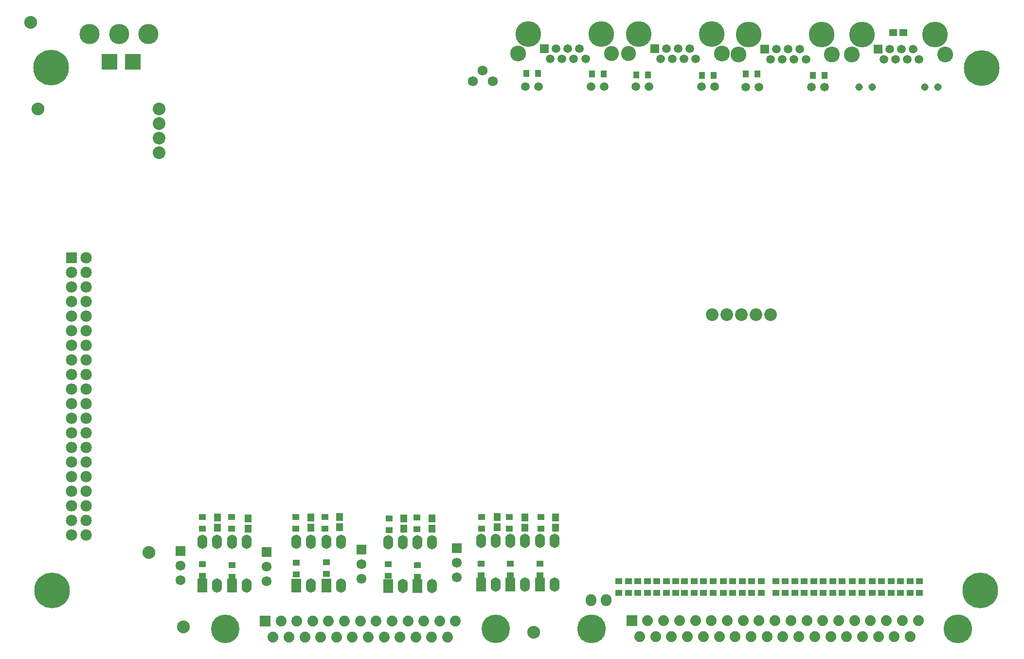
<source format=gbs>
G04*
G04 #@! TF.GenerationSoftware,Altium Limited,Altium Designer,20.0.13 (296)*
G04*
G04 Layer_Color=16711935*
%FSTAX24Y24*%
%MOIN*%
G70*
G01*
G75*
%ADD41R,0.0552X0.0513*%
%ADD42R,0.0513X0.0395*%
%ADD43R,0.0513X0.0552*%
%ADD47R,0.0395X0.0513*%
%ADD56C,0.0867*%
%ADD57C,0.0592*%
%ADD58C,0.1084*%
%ADD59C,0.1760*%
%ADD60R,0.0592X0.0592*%
%ADD61C,0.1025*%
%ADD62O,0.0730X0.0830*%
%ADD63C,0.0745*%
%ADD64C,0.1970*%
%ADD65R,0.0745X0.0745*%
%ADD66C,0.0880*%
%ADD67C,0.0680*%
%ADD68R,0.0595X0.0595*%
%ADD69C,0.0595*%
%ADD70C,0.0516*%
%ADD71C,0.2442*%
%ADD72C,0.0780*%
%ADD73R,0.0780X0.0780*%
%ADD74C,0.0745*%
%ADD75C,0.1954*%
%ADD76C,0.0678*%
%ADD77R,0.0678X0.0678*%
%ADD78O,0.0680X0.0980*%
%ADD79R,0.0680X0.0980*%
%ADD80C,0.1380*%
%ADD119R,0.1064X0.1104*%
D41*
X0626Y0764D02*
D03*
X0619D02*
D03*
D42*
X06045Y038D02*
D03*
Y0388D02*
D03*
X05385Y038D02*
D03*
Y0388D02*
D03*
X0545Y038D02*
D03*
Y0388D02*
D03*
X0558Y038D02*
D03*
Y0388D02*
D03*
X05515Y038D02*
D03*
Y0388D02*
D03*
X0571Y038D02*
D03*
Y0388D02*
D03*
X05645Y038D02*
D03*
Y0388D02*
D03*
X0584Y038D02*
D03*
Y0388D02*
D03*
X0637Y038D02*
D03*
Y0388D02*
D03*
X0611Y038D02*
D03*
Y0388D02*
D03*
X05975Y038D02*
D03*
Y0388D02*
D03*
X0591Y038D02*
D03*
Y0388D02*
D03*
X06305Y038D02*
D03*
Y0388D02*
D03*
X0624Y038D02*
D03*
Y0388D02*
D03*
X06175Y038D02*
D03*
Y0388D02*
D03*
X05775Y038D02*
D03*
Y0388D02*
D03*
X0522Y038D02*
D03*
Y0388D02*
D03*
X0509Y038D02*
D03*
Y0388D02*
D03*
X05285Y038D02*
D03*
Y0388D02*
D03*
X05155Y038D02*
D03*
Y0388D02*
D03*
X04955Y038D02*
D03*
Y0388D02*
D03*
X05025Y038D02*
D03*
Y0388D02*
D03*
X0489Y038D02*
D03*
Y0388D02*
D03*
X04825Y038D02*
D03*
Y0388D02*
D03*
X0476Y038D02*
D03*
Y0388D02*
D03*
X0457Y038D02*
D03*
Y0388D02*
D03*
X047Y038D02*
D03*
Y0388D02*
D03*
X04635Y038D02*
D03*
Y0388D02*
D03*
X04375Y038D02*
D03*
Y0388D02*
D03*
X0431Y038D02*
D03*
Y0388D02*
D03*
X04505Y038D02*
D03*
Y0388D02*
D03*
X0444Y038D02*
D03*
Y0388D02*
D03*
X0166Y0391D02*
D03*
Y0399D02*
D03*
X02305Y0393D02*
D03*
Y0401D02*
D03*
X021Y03925D02*
D03*
Y04005D02*
D03*
X03365Y0392D02*
D03*
Y04D02*
D03*
X03565Y0392D02*
D03*
Y04D02*
D03*
X0377Y0392D02*
D03*
Y04D02*
D03*
X01655Y0432D02*
D03*
Y0424D02*
D03*
X02095Y0432D02*
D03*
Y0424D02*
D03*
X02295Y0432D02*
D03*
Y0424D02*
D03*
X02925Y04315D02*
D03*
Y04235D02*
D03*
X0356Y0432D02*
D03*
Y0424D02*
D03*
X03775Y0432D02*
D03*
Y0424D02*
D03*
X02735Y043095D02*
D03*
Y042295D02*
D03*
X01455Y0432D02*
D03*
Y0424D02*
D03*
X0337D02*
D03*
Y0432D02*
D03*
X01455Y03915D02*
D03*
Y03995D02*
D03*
X0293Y0399D02*
D03*
Y0391D02*
D03*
X0273Y03995D02*
D03*
Y03915D02*
D03*
D43*
X03875Y04245D02*
D03*
Y04315D02*
D03*
X02835Y0424D02*
D03*
Y0431D02*
D03*
X0303Y0424D02*
D03*
Y0431D02*
D03*
X03475Y0425D02*
D03*
Y0432D02*
D03*
X03665Y04245D02*
D03*
Y04315D02*
D03*
X022Y04245D02*
D03*
Y04315D02*
D03*
X02395Y0425D02*
D03*
Y0432D02*
D03*
X0156Y04245D02*
D03*
Y04315D02*
D03*
X0177Y0424D02*
D03*
Y0431D02*
D03*
D47*
X0518Y07355D02*
D03*
X0526D02*
D03*
X0443Y0735D02*
D03*
X0451D02*
D03*
X03755Y0736D02*
D03*
X03675D02*
D03*
X04205Y07355D02*
D03*
X04125D02*
D03*
X0572Y07345D02*
D03*
X0564D02*
D03*
X0496D02*
D03*
X0488D02*
D03*
D56*
X0116Y07015D02*
D03*
Y06815D02*
D03*
Y07115D02*
D03*
Y06915D02*
D03*
X0535Y05705D02*
D03*
X0525D02*
D03*
X0515D02*
D03*
X0505D02*
D03*
X0495D02*
D03*
D57*
X057201Y072652D02*
D03*
X056299D02*
D03*
X051799D02*
D03*
X052701D02*
D03*
X055906Y07455D02*
D03*
X055504Y075251D02*
D03*
X055102Y07455D02*
D03*
X054701Y075251D02*
D03*
X054299Y07455D02*
D03*
X053898Y075251D02*
D03*
X053496Y07455D02*
D03*
X049652Y072702D02*
D03*
X04875D02*
D03*
X04425D02*
D03*
X045152D02*
D03*
X048356Y0746D02*
D03*
X047955Y075301D02*
D03*
X047553Y0746D02*
D03*
X047152Y075301D02*
D03*
X04675Y0746D02*
D03*
X046348Y075301D02*
D03*
X045947Y0746D02*
D03*
X042102Y072702D02*
D03*
X0412D02*
D03*
X0367D02*
D03*
X037602D02*
D03*
X040807Y0746D02*
D03*
X040405Y0753D02*
D03*
X040004Y0746D02*
D03*
X039602Y0753D02*
D03*
X0392Y0746D02*
D03*
X038799Y0753D02*
D03*
X038397Y0746D02*
D03*
D58*
X051301Y0749D02*
D03*
X057699D02*
D03*
X05015Y07495D02*
D03*
X036202Y07495D02*
D03*
X06545Y0749D02*
D03*
X059052D02*
D03*
D59*
X057Y076251D02*
D03*
X052D02*
D03*
X049451Y076301D02*
D03*
X044451D02*
D03*
X041901Y0763D02*
D03*
X036901D02*
D03*
X059751Y076251D02*
D03*
X064751D02*
D03*
D60*
X053094Y075251D02*
D03*
X045545Y075301D02*
D03*
X037996Y0753D02*
D03*
D61*
X043752Y07495D02*
D03*
X0426Y07495D02*
D03*
D62*
X0412Y0375D02*
D03*
X04221D02*
D03*
D63*
X063608Y0361D02*
D03*
X063063Y034982D02*
D03*
X062518Y0361D02*
D03*
X061972Y034982D02*
D03*
X059791D02*
D03*
X060337Y0361D02*
D03*
X060882Y034982D02*
D03*
X061427Y0361D02*
D03*
X05761Y034982D02*
D03*
X058155Y0361D02*
D03*
X058701Y034982D02*
D03*
X059246Y0361D02*
D03*
X053248Y034982D02*
D03*
X053793Y0361D02*
D03*
X054339Y034982D02*
D03*
X057065Y0361D02*
D03*
X052157Y034982D02*
D03*
X052703Y0361D02*
D03*
X055429Y034982D02*
D03*
X055974Y0361D02*
D03*
X05652Y034982D02*
D03*
X054883Y0361D02*
D03*
X051612D02*
D03*
X051067Y034982D02*
D03*
X050522Y0361D02*
D03*
X049976Y034982D02*
D03*
X049431Y0361D02*
D03*
X048886Y034982D02*
D03*
X048341Y0361D02*
D03*
X047795Y034982D02*
D03*
X04725Y0361D02*
D03*
X046705Y034982D02*
D03*
X046159Y0361D02*
D03*
X045614Y034982D02*
D03*
X045069Y0361D02*
D03*
X044524Y034982D02*
D03*
D64*
X066314Y035531D02*
D03*
X041235Y035539D02*
D03*
D65*
X043978Y0361D02*
D03*
X018856Y036068D02*
D03*
D66*
X0033Y07115D02*
D03*
X0109Y04075D02*
D03*
X01325Y03565D02*
D03*
X0028Y0771D02*
D03*
X03725Y0353D02*
D03*
D67*
X0331Y07305D02*
D03*
X03445D02*
D03*
X03375Y0738D02*
D03*
D68*
X060845Y075251D02*
D03*
D69*
X061247Y07455D02*
D03*
X061648Y075251D02*
D03*
X06205Y07455D02*
D03*
X062452Y075251D02*
D03*
X062853Y07455D02*
D03*
X063255Y075251D02*
D03*
X063656Y07455D02*
D03*
D70*
X060452Y072652D02*
D03*
X05955D02*
D03*
X06405D02*
D03*
X064952D02*
D03*
D71*
X004192Y073994D02*
D03*
X004242Y038144D02*
D03*
X067863Y03815D02*
D03*
X067963Y07395D02*
D03*
D72*
X0066Y05795D02*
D03*
X0066Y06095D02*
D03*
X0056Y05695D02*
D03*
X0066Y05695D02*
D03*
X0056Y05795D02*
D03*
X0056Y05895D02*
D03*
X0056Y05995D02*
D03*
X0066Y05995D02*
D03*
X0066Y05895D02*
D03*
X0066Y05595D02*
D03*
X0056Y05495D02*
D03*
X0066D02*
D03*
X0056Y05395D02*
D03*
X0066D02*
D03*
X0056Y05295D02*
D03*
X0066D02*
D03*
X0056Y05195D02*
D03*
X0066D02*
D03*
X0056Y05095D02*
D03*
X0066D02*
D03*
X0056Y04995D02*
D03*
X0066D02*
D03*
X0056Y04895D02*
D03*
X0066D02*
D03*
X0056Y05595D02*
D03*
Y04795D02*
D03*
X0066D02*
D03*
X0056Y04695D02*
D03*
X0066D02*
D03*
X0056Y04595D02*
D03*
X0066D02*
D03*
X0056Y04495D02*
D03*
X0066D02*
D03*
X0056Y04395D02*
D03*
X0066D02*
D03*
X0056Y04295D02*
D03*
X0066D02*
D03*
X0056Y04195D02*
D03*
X0066D02*
D03*
D73*
X0056Y06095D02*
D03*
D74*
X031901Y036068D02*
D03*
X031357Y03495D02*
D03*
X030814Y036068D02*
D03*
X03027Y03495D02*
D03*
X029727Y036068D02*
D03*
X029183Y03495D02*
D03*
X02864Y036068D02*
D03*
X028096Y03495D02*
D03*
X027552Y036068D02*
D03*
X027009Y03495D02*
D03*
X026465Y036068D02*
D03*
X025922Y03495D02*
D03*
X025378Y036068D02*
D03*
X024835Y03495D02*
D03*
X024291Y036068D02*
D03*
X023748Y03495D02*
D03*
X023204Y036068D02*
D03*
X022661Y03495D02*
D03*
X022117Y036068D02*
D03*
X021574Y03495D02*
D03*
X02103Y036068D02*
D03*
X020487Y03495D02*
D03*
X019943Y036068D02*
D03*
X0194Y03495D02*
D03*
D75*
X016116Y035509D02*
D03*
X034641D02*
D03*
D76*
X02545Y03895D02*
D03*
Y03995D02*
D03*
X01895Y0388D02*
D03*
Y0398D02*
D03*
X01305Y03885D02*
D03*
Y03985D02*
D03*
X032Y03905D02*
D03*
Y04005D02*
D03*
D77*
X02545Y04095D02*
D03*
X01895Y0408D02*
D03*
X01305Y04085D02*
D03*
X032Y04105D02*
D03*
D78*
X0293Y04145D02*
D03*
X0303D02*
D03*
Y03845D02*
D03*
X0273Y04145D02*
D03*
X0283D02*
D03*
Y03845D02*
D03*
X02305Y0415D02*
D03*
X02405D02*
D03*
Y0385D02*
D03*
X021Y0415D02*
D03*
X022D02*
D03*
Y0385D02*
D03*
X0166Y0415D02*
D03*
X0176D02*
D03*
Y0385D02*
D03*
X01455Y0415D02*
D03*
X01555D02*
D03*
Y0385D02*
D03*
X0377Y04155D02*
D03*
X0387D02*
D03*
Y03855D02*
D03*
X03565Y04155D02*
D03*
X03665D02*
D03*
Y03855D02*
D03*
X03365Y04155D02*
D03*
X03465D02*
D03*
Y03855D02*
D03*
D79*
X0293Y03845D02*
D03*
X0273D02*
D03*
X02305Y0385D02*
D03*
X021D02*
D03*
X0166D02*
D03*
X01455D02*
D03*
X0377Y03855D02*
D03*
X03565D02*
D03*
X03365D02*
D03*
D80*
X006824Y076274D02*
D03*
X01085Y0763D02*
D03*
X00885D02*
D03*
D119*
X0098Y0744D02*
D03*
X0082D02*
D03*
M02*

</source>
